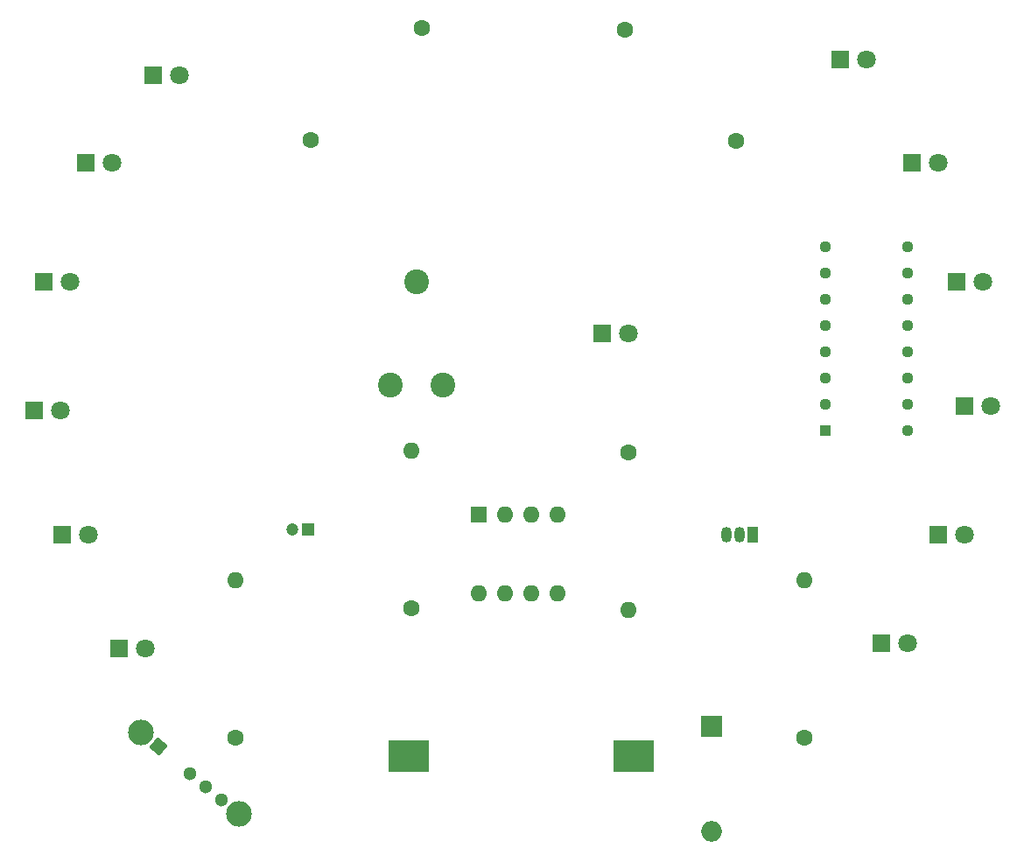
<source format=gbr>
G04 #@! TF.GenerationSoftware,KiCad,Pcbnew,8.0.5*
G04 #@! TF.CreationDate,2024-10-03T15:33:36-05:00*
G04 #@! TF.ProjectId,bsidesdfw badge 2024,62736964-6573-4646-9677-206261646765,rev?*
G04 #@! TF.SameCoordinates,Original*
G04 #@! TF.FileFunction,Soldermask,Bot*
G04 #@! TF.FilePolarity,Negative*
%FSLAX46Y46*%
G04 Gerber Fmt 4.6, Leading zero omitted, Abs format (unit mm)*
G04 Created by KiCad (PCBNEW 8.0.5) date 2024-10-03 15:33:36*
%MOMM*%
%LPD*%
G01*
G04 APERTURE LIST*
G04 Aperture macros list*
%AMHorizOval*
0 Thick line with rounded ends*
0 $1 width*
0 $2 $3 position (X,Y) of the first rounded end (center of the circle)*
0 $4 $5 position (X,Y) of the second rounded end (center of the circle)*
0 Add line between two ends*
20,1,$1,$2,$3,$4,$5,0*
0 Add two circle primitives to create the rounded ends*
1,1,$1,$2,$3*
1,1,$1,$4,$5*%
%AMRotRect*
0 Rectangle, with rotation*
0 The origin of the aperture is its center*
0 $1 length*
0 $2 width*
0 $3 Rotation angle, in degrees counterclockwise*
0 Add horizontal line*
21,1,$1,$2,0,0,$3*%
G04 Aperture macros list end*
%ADD10C,1.800000*%
%ADD11R,1.800000X1.800000*%
%ADD12C,2.400000*%
%ADD13RotRect,1.300000X1.300000X320.000000*%
%ADD14C,1.300000*%
%ADD15C,2.490000*%
%ADD16R,1.600000X1.600000*%
%ADD17O,1.600000X1.600000*%
%ADD18R,3.960000X3.170000*%
%ADD19R,1.130000X1.130000*%
%ADD20C,1.130000*%
%ADD21C,1.600000*%
%ADD22HorizOval,1.600000X0.000000X0.000000X0.000000X0.000000X0*%
%ADD23O,1.050000X1.500000*%
%ADD24R,1.050000X1.500000*%
%ADD25HorizOval,1.600000X0.000000X0.000000X0.000000X0.000000X0*%
%ADD26R,1.200000X1.200000*%
%ADD27C,1.200000*%
%ADD28R,2.000000X2.000000*%
%ADD29O,2.000000X2.000000*%
G04 APERTURE END LIST*
D10*
G04 #@! TO.C,D7*
X175500000Y-122500000D03*
D11*
X172960000Y-122500000D03*
G04 #@! TD*
G04 #@! TO.C,D3*
X90960000Y-100000000D03*
D10*
X93500000Y-100000000D03*
G04 #@! TD*
D11*
G04 #@! TO.C,D10*
X180225000Y-87500000D03*
D10*
X182765000Y-87500000D03*
G04 #@! TD*
D11*
G04 #@! TO.C,D5*
X95960000Y-76000000D03*
D10*
X98500000Y-76000000D03*
G04 #@! TD*
D11*
G04 #@! TO.C,D11*
X175960000Y-76000000D03*
D10*
X178500000Y-76000000D03*
G04 #@! TD*
D12*
G04 #@! TO.C,R2*
X125500000Y-97500000D03*
X128000000Y-87500000D03*
X130500000Y-97500000D03*
G04 #@! TD*
D11*
G04 #@! TO.C,D9*
X181000000Y-99500000D03*
D10*
X183540000Y-99500000D03*
G04 #@! TD*
D11*
G04 #@! TO.C,D6*
X102500000Y-67500000D03*
D10*
X105040000Y-67500000D03*
G04 #@! TD*
D13*
G04 #@! TO.C,SW1*
X103000000Y-132500000D03*
D14*
X106064178Y-135071153D03*
X107596267Y-136356726D03*
X109128356Y-137642300D03*
D15*
X101353004Y-131118007D03*
X110775350Y-139024295D03*
G04 #@! TD*
D11*
G04 #@! TO.C,D12*
X168960000Y-66000000D03*
D10*
X171500000Y-66000000D03*
G04 #@! TD*
D11*
G04 #@! TO.C,D2*
X93725000Y-112000000D03*
D10*
X96265000Y-112000000D03*
G04 #@! TD*
D11*
G04 #@! TO.C,D8*
X178460000Y-112000000D03*
D10*
X181000000Y-112000000D03*
G04 #@! TD*
D11*
G04 #@! TO.C,D4*
X91960000Y-87500000D03*
D10*
X94500000Y-87500000D03*
G04 #@! TD*
D11*
G04 #@! TO.C,D1*
X99225000Y-123000000D03*
D10*
X101765000Y-123000000D03*
G04 #@! TD*
D11*
G04 #@! TO.C,D13*
X145960000Y-92500000D03*
D10*
X148500000Y-92500000D03*
G04 #@! TD*
D16*
G04 #@! TO.C,U1*
X134000000Y-110000000D03*
D17*
X136540000Y-110000000D03*
X139080000Y-110000000D03*
X141620000Y-110000000D03*
X141620000Y-117620000D03*
X139080000Y-117620000D03*
X136540000Y-117620000D03*
X134000000Y-117620000D03*
G04 #@! TD*
D18*
G04 #@! TO.C,BT1*
X149000000Y-133380000D03*
X127240000Y-133380000D03*
G04 #@! TD*
D19*
G04 #@! TO.C,U2*
X167530000Y-101890000D03*
D20*
X167530000Y-99350000D03*
X167530000Y-96810000D03*
X167530000Y-94270000D03*
X167530000Y-91730000D03*
X167530000Y-89190000D03*
X167530000Y-86650000D03*
X167530000Y-84110000D03*
X175470000Y-84110000D03*
X175470000Y-86650000D03*
X175470000Y-89190000D03*
X175470000Y-91730000D03*
X175470000Y-94270000D03*
X175470000Y-96810000D03*
X175470000Y-99350000D03*
X175470000Y-101890000D03*
G04 #@! TD*
D21*
G04 #@! TO.C,R7*
X128500000Y-63000000D03*
D22*
X117723693Y-73776307D03*
G04 #@! TD*
D21*
G04 #@! TO.C,R6*
X110500000Y-131620000D03*
D17*
X110500000Y-116380000D03*
G04 #@! TD*
D23*
G04 #@! TO.C,Q1*
X157960000Y-112000000D03*
X159230000Y-112000000D03*
D24*
X160500000Y-112000000D03*
G04 #@! TD*
D21*
G04 #@! TO.C,R1*
X127500000Y-119120000D03*
D17*
X127500000Y-103880000D03*
G04 #@! TD*
D21*
G04 #@! TO.C,R3*
X148111847Y-63111847D03*
D25*
X158888154Y-73888154D03*
G04 #@! TD*
D21*
G04 #@! TO.C,R4*
X148500000Y-104000000D03*
D17*
X148500000Y-119240000D03*
G04 #@! TD*
D21*
G04 #@! TO.C,R5*
X165500000Y-131620000D03*
D17*
X165500000Y-116380000D03*
G04 #@! TD*
D26*
G04 #@! TO.C,C1*
X117500000Y-111500000D03*
D27*
X116000000Y-111500000D03*
G04 #@! TD*
D28*
G04 #@! TO.C,D14*
X156500000Y-130500000D03*
D29*
X156500000Y-140660000D03*
G04 #@! TD*
M02*

</source>
